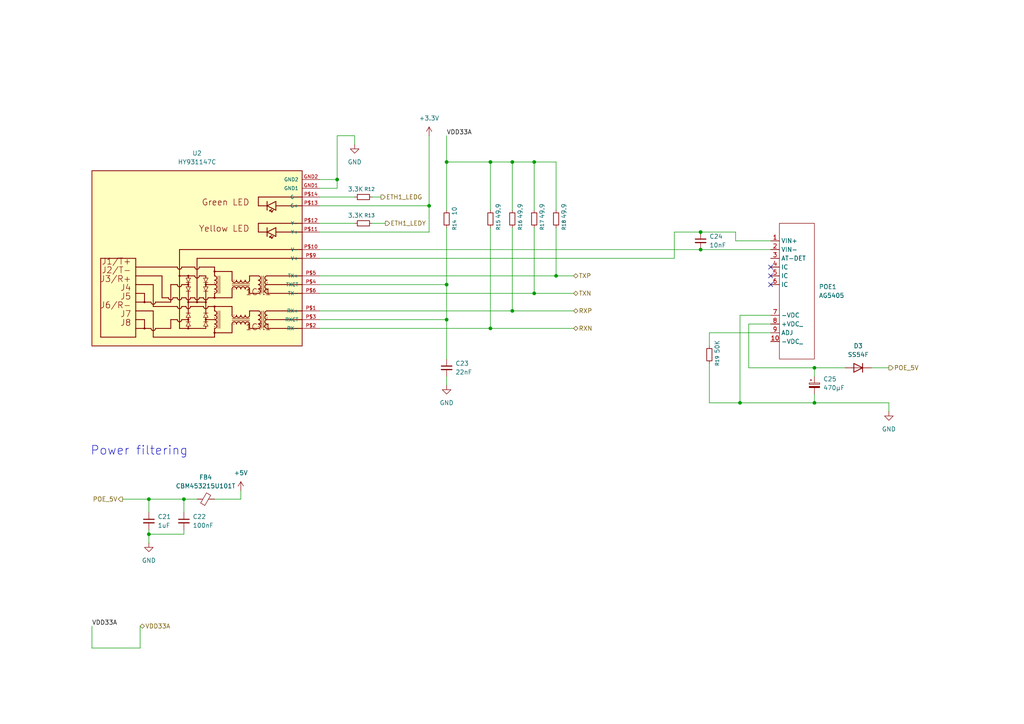
<source format=kicad_sch>
(kicad_sch (version 20250114) (generator "eeschema") (generator_version "9.0")
  (paper "A4")
  (title_block (title "PoE backplate") (rev "v0.1") (company "Grigorii Merkushev (aka brushknight)"))
  (lib_symbols
    (symbol "AG5405:AG5405"
      (property "Reference" "J" (at 12.192 11.176 0))
      (symbol "AG5405_0_1"
        (rectangle (start 7.62 8.89) (end 17.78 -30.48))
      )
      (symbol "AG5405_1_1"
        (pin input line (at 5.08 3.81 0) (length 2.54) (name "VIN+") (number "1"))
        (pin input line (at 5.08 1.27 0) (length 2.54) (name "VIN-") (number "2"))
        (pin input line (at 5.08 -1.27 0) (length 2.54) (name "AT-DET") (number "3"))
        (pin input line (at 5.08 -3.81 0) (length 2.54) (name "IC") (number "4"))
        (pin input line (at 5.08 -6.35 0) (length 2.54) (name "IC") (number "5"))
        (pin input line (at 5.08 -8.89 0) (length 2.54) (name "IC") (number "6"))
        (pin input line (at 5.08 -17.78 0) (length 2.54) (name "-VDC") (number "7"))
        (pin input line (at 5.08 -20.32 0) (length 2.54) (name "+VDC_") (number "8"))
        (pin input line (at 5.08 -22.86 0) (length 2.54) (name "ADJ") (number "9"))
        (pin input line (at 5.08 -25.4 0) (length 2.54) (name "-VDC_") (number "10"))
      )
    )
    (symbol "Device:C_Polarized_Small" (pin_numbers (hide yes)) (pin_names (offset 0.254) (hide yes))
      (property "Reference" "C" (at 0.254 1.778 0))
      (property "Value" "C_Polarized_Small" (at 0.254 -2.032 0))
      (symbol "C_Polarized_Small_0_1"
        (rectangle (start -1.524 0.6858) (end 1.524 0.3048))
        (rectangle (start -1.524 -0.3048) (end 1.524 -0.6858) (fill (type outline)))
        (polyline (pts (xy -1.27 1.524) (xy -0.762 1.524)))
        (polyline (pts (xy -1.016 1.27) (xy -1.016 1.778)))
      )
      (symbol "C_Polarized_Small_1_1"
        (pin passive line (at 0 2.54 270) (length 1.8542) (name "~") (number "1"))
        (pin passive line (at 0 -2.54 90) (length 1.8542) (name "~") (number "2"))
      )
    )
    (symbol "Device:C_Small" (pin_numbers (hide yes)) (pin_names (offset 0.254) (hide yes))
      (property "Reference" "C" (at 0.254 1.778 0))
      (property "Value" "C_Small" (at 0.254 -2.032 0))
      (symbol "C_Small_0_1"
        (polyline (pts (xy -1.524 0.508) (xy 1.524 0.508)) (stroke (width 0.3048)))
        (polyline (pts (xy -1.524 -0.508) (xy 1.524 -0.508)) (stroke (width 0.3302)))
      )
      (symbol "C_Small_1_1"
        (pin passive line (at 0 2.54 270) (length 2.032) (name "~") (number "1"))
        (pin passive line (at 0 -2.54 90) (length 2.032) (name "~") (number "2"))
      )
    )
    (symbol "Device:D" (pin_numbers (hide yes)) (pin_names (offset 1.016) (hide yes))
      (property "Reference" "D" (at 0 2.54 0))
      (property "Value" "D" (at 0 -2.54 0))
      (symbol "D_0_1"
        (polyline (pts (xy -1.27 1.27) (xy -1.27 -1.27)) (stroke (width 0.254)))
        (polyline (pts (xy 1.27 1.27) (xy 1.27 -1.27) (xy -1.27 0) (xy 1.27 1.27)) (stroke (width 0.254)))
        (polyline (pts (xy 1.27 0) (xy -1.27 0)))
      )
      (symbol "D_1_1"
        (pin passive line (at -3.81 0 0) (length 2.54) (name "K") (number "1"))
        (pin passive line (at 3.81 0 180) (length 2.54) (name "A") (number "2"))
      )
    )
    (symbol "Device:FerriteBead_Small" (pin_numbers (hide yes)) (pin_names (offset 0))
      (property "Reference" "FB" (at 1.905 1.27 0))
      (property "Value" "FerriteBead_Small" (at 1.905 -1.27 0))
      (symbol "FerriteBead_Small_0_1"
        (polyline (pts (xy -1.8288 0.2794) (xy -1.1176 1.4986) (xy 1.8288 -0.2032) (xy 1.1176 -1.4224) (xy -1.8288 0.2794)))
        (polyline (pts (xy 0 0.889) (xy 0 1.2954)))
        (polyline (pts (xy 0 -1.27) (xy 0 -0.7874)))
      )
      (symbol "FerriteBead_Small_1_1"
        (pin passive line (at 0 2.54 270) (length 1.27) (name "~") (number "1"))
        (pin passive line (at 0 -2.54 90) (length 1.27) (name "~") (number "2"))
      )
    )
    (symbol "Device:R_Small" (pin_numbers (hide yes)) (pin_names (offset 0.254) (hide yes))
      (property "Reference" "R" (at 0 0 90))
      (property "Value" "R_Small" (at 1.778 0 90))
      (symbol "R_Small_0_1"
        (rectangle (start -0.762 1.778) (end 0.762 -1.778) (stroke (width 0.2032)))
      )
      (symbol "R_Small_1_1"
        (pin passive line (at 0 2.54 270) (length 0.762) (name "~") (number "1"))
        (pin passive line (at 0 -2.54 90) (length 0.762) (name "~") (number "2"))
      )
    )
    (symbol "HY931147C:HY931147C" (pin_names (offset 1.016))
      (property "Reference" "U" (at 7.62 -17.78 0))
      (property "Value" "HY931147C" (at 7.62 -20.32 0))
      (symbol "HY931147C_0_0"
        (polyline (pts (xy -27.94 17.78) (xy -17.78 17.78)) (stroke (width 0.254)))
        (polyline (pts (xy -27.94 15.24) (xy -17.78 15.24)) (stroke (width 0.254)))
        (polyline (pts (xy -27.94 5.08) (xy -17.78 5.08)) (stroke (width 0.254)))
        (polyline (pts (xy -27.94 2.54) (xy -17.78 2.54)) (stroke (width 0.254)))
        (polyline (pts (xy -27.94 -2.54) (xy 2.54 -2.54)) (stroke (width 0.254)))
        (polyline (pts (xy -27.94 -5.08) (xy 7.62 -5.08)) (stroke (width 0.254)))
        (polyline (pts (xy -27.94 -10.16) (xy -20.32 -10.16)) (stroke (width 0.254)))
        (polyline (pts (xy -27.94 -12.7) (xy -15.24 -12.7)) (stroke (width 0.254)))
        (polyline (pts (xy -27.94 -17.78) (xy -20.32 -17.78)) (stroke (width 0.254)))
        (polyline (pts (xy -27.94 -20.32) (xy -15.24 -20.32)) (stroke (width 0.254)))
        (rectangle (start -27.94 -27.94) (end 33.02 22.86) (stroke (width 0.254)) (fill (type background)))
        (polyline (pts (xy -20.32 -8.89) (xy -20.32 -11.43)) (stroke (width 0.254)))
        (polyline (pts (xy -20.32 -11.43) (xy -17.78 -10.16)) (stroke (width 0.254)))
        (polyline (pts (xy -20.32 -16.51) (xy -20.32 -19.05)) (stroke (width 0.254)))
        (polyline (pts (xy -20.32 -19.05) (xy -17.78 -17.78)) (stroke (width 0.254)))
        (polyline (pts (xy -19.558 -8.89) (xy -19.05 -8.382)) (stroke (width 0.254)))
        (polyline (pts (xy -19.558 -16.51) (xy -19.05 -16.002)) (stroke (width 0.254)))
        (polyline (pts (xy -19.05 -8.382) (xy -19.304 -8.382)) (stroke (width 0.254)))
        (polyline (pts (xy -19.05 -8.636) (xy -19.05 -8.382)) (stroke (width 0.254)))
        (polyline (pts (xy -19.05 -9.144) (xy -18.542 -8.636)) (stroke (width 0.254)))
        (polyline (pts (xy -19.05 -16.002) (xy -19.304 -16.002)) (stroke (width 0.254)))
        (polyline (pts (xy -19.05 -16.256) (xy -19.05 -16.002)) (stroke (width 0.254)))
        (polyline (pts (xy -19.05 -16.764) (xy -18.542 -16.256)) (stroke (width 0.254)))
        (polyline (pts (xy -18.796 -8.636) (xy -18.542 -8.636)) (stroke (width 0.254)))
        (polyline (pts (xy -18.796 -16.256) (xy -18.542 -16.256)) (stroke (width 0.254)))
        (polyline (pts (xy -18.542 -8.636) (xy -18.542 -8.89)) (stroke (width 0.254)))
        (polyline (pts (xy -18.542 -16.256) (xy -18.542 -16.51)) (stroke (width 0.254)))
        (arc (start -17.78 17.78) (mid -17.1477 17.145) (end -17.78 16.51) (stroke (width 0.254)))
        (arc (start -17.78 16.51) (mid -17.1477 15.875) (end -17.78 15.24) (stroke (width 0.254)))
        (arc (start -17.78 15.24) (mid -17.1477 14.605) (end -17.78 13.97) (stroke (width 0.254)))
        (arc (start -17.78 13.97) (mid -17.1477 13.335) (end -17.78 12.7) (stroke (width 0.254)))
        (arc (start -17.78 7.62) (mid -17.1477 6.985) (end -17.78 6.35) (stroke (width 0.254)))
        (arc (start -17.78 6.35) (mid -17.1477 5.715) (end -17.78 5.08) (stroke (width 0.254)))
        (arc (start -17.78 5.08) (mid -17.1477 4.445) (end -17.78 3.81) (stroke (width 0.254)))
        (arc (start -17.78 3.81) (mid -17.1477 3.175) (end -17.78 2.54) (stroke (width 0.254)))
        (circle (center -17.78 17.272) (radius 0.0762) (stroke (width 0.127)))
        (circle (center -17.78 14.732) (radius 0.0762) (stroke (width 0.127)))
        (polyline (pts (xy -17.78 12.7) (xy -27.94 12.7)) (stroke (width 0.254)))
        (polyline (pts (xy -17.78 7.62) (xy -27.94 7.62)) (stroke (width 0.254)))
        (circle (center -17.78 7.112) (radius 0.0762) (stroke (width 0.127)))
        (circle (center -17.78 4.572) (radius 0.0762) (stroke (width 0.127)))
        (polyline (pts (xy -17.78 -8.89) (xy -17.78 -10.16)) (stroke (width 0.254)))
        (polyline (pts (xy -17.78 -10.16) (xy -20.32 -8.89)) (stroke (width 0.254)))
        (polyline (pts (xy -17.78 -10.16) (xy -17.78 -11.43)) (stroke (width 0.254)))
        (polyline (pts (xy -17.78 -16.51) (xy -17.78 -17.78)) (stroke (width 0.254)))
        (polyline (pts (xy -17.78 -17.78) (xy -20.32 -16.51)) (stroke (width 0.254)))
        (polyline (pts (xy -17.78 -17.78) (xy -17.78 -19.05)) (stroke (width 0.254)))
        (polyline (pts (xy -16.764 12.7) (xy -16.764 17.78)) (stroke (width 0.1524)))
        (polyline (pts (xy -16.764 2.54) (xy -16.764 7.62)) (stroke (width 0.1524)))
        (polyline (pts (xy -16.256 12.7) (xy -16.256 17.78)) (stroke (width 0.1524)))
        (polyline (pts (xy -16.256 2.54) (xy -16.256 7.62)) (stroke (width 0.1524)))
        (polyline (pts (xy -15.24 17.78) (xy -12.7 17.78)) (stroke (width 0.254)))
        (circle (center -15.24 17.272) (radius 0.0762) (stroke (width 0.127)))
        (polyline (pts (xy -15.24 12.7) (xy -12.7 12.7)) (stroke (width 0.254)))
        (polyline (pts (xy -15.24 7.62) (xy -12.7 7.62)) (stroke (width 0.254)))
        (circle (center -15.24 7.112) (radius 0.0762) (stroke (width 0.127)))
        (polyline (pts (xy -15.24 2.54) (xy -12.7 2.54)) (stroke (width 0.254)))
        (polyline (pts (xy -15.24 -10.16) (xy -17.78 -10.16)) (stroke (width 0.254)))
        (polyline (pts (xy -15.24 -12.7) (xy -15.24 -10.16)) (stroke (width 0.254)))
        (polyline (pts (xy -15.24 -17.78) (xy -17.78 -17.78)) (stroke (width 0.254)))
        (polyline (pts (xy -15.24 -20.32) (xy -15.24 -17.78)) (stroke (width 0.254)))
        (arc (start -15.24 16.51) (mid -15.8722 17.145) (end -15.24 17.78) (stroke (width 0.254)))
        (arc (start -15.24 15.24) (mid -15.8722 15.875) (end -15.24 16.51) (stroke (width 0.254)))
        (arc (start -15.24 13.97) (mid -15.8722 14.605) (end -15.24 15.24) (stroke (width 0.254)))
        (arc (start -15.24 12.7) (mid -15.8722 13.335) (end -15.24 13.97) (stroke (width 0.254)))
        (arc (start -15.24 6.35) (mid -15.8722 6.985) (end -15.24 7.62) (stroke (width 0.254)))
        (arc (start -15.24 5.08) (mid -15.8722 5.715) (end -15.24 6.35) (stroke (width 0.254)))
        (arc (start -15.24 3.81) (mid -15.8722 4.445) (end -15.24 5.08) (stroke (width 0.254)))
        (arc (start -15.24 2.54) (mid -15.8722 3.175) (end -15.24 3.81) (stroke (width 0.254)))
        (polyline (pts (xy -12.7 17.78) (xy -12.7 16.51)) (stroke (width 0.254)))
        (polyline (pts (xy -12.7 15.494) (xy -7.62 15.494)) (stroke (width 0.1524)))
        (polyline (pts (xy -12.7 14.986) (xy -7.62 14.986)) (stroke (width 0.1524)))
        (polyline (pts (xy -12.7 12.7) (xy -12.7 13.97)) (stroke (width 0.254)))
        (polyline (pts (xy -12.7 7.62) (xy -12.7 6.35)) (stroke (width 0.254)))
        (polyline (pts (xy -12.7 5.334) (xy -7.62 5.334)) (stroke (width 0.1524)))
        (polyline (pts (xy -12.7 4.826) (xy -7.62 4.826)) (stroke (width 0.1524)))
        (polyline (pts (xy -12.7 2.54) (xy -12.7 3.81)) (stroke (width 0.254)))
        (arc (start -11.43 16.51) (mid -12.065 15.8777) (end -12.7 16.51) (stroke (width 0.254)))
        (arc (start -12.7 13.97) (mid -12.065 14.6022) (end -11.43 13.97) (stroke (width 0.254)))
        (arc (start -11.43 6.35) (mid -12.065 5.7177) (end -12.7 6.35) (stroke (width 0.254)))
        (arc (start -12.7 3.81) (mid -12.065 4.4422) (end -11.43 3.81) (stroke (width 0.254)))
        (arc (start -10.16 16.51) (mid -10.795 15.8777) (end -11.43 16.51) (stroke (width 0.254)))
        (arc (start -11.43 13.97) (mid -10.795 14.6022) (end -10.16 13.97) (stroke (width 0.254)))
        (arc (start -10.16 6.35) (mid -10.795 5.7177) (end -11.43 6.35) (stroke (width 0.254)))
        (arc (start -11.43 3.81) (mid -10.795 4.4422) (end -10.16 3.81) (stroke (width 0.254)))
        (arc (start -8.89 16.51) (mid -9.525 15.8777) (end -10.16 16.51) (stroke (width 0.254)))
        (arc (start -10.16 13.97) (mid -9.525 14.6022) (end -8.89 13.97) (stroke (width 0.254)))
        (arc (start -8.89 6.35) (mid -9.525 5.7177) (end -10.16 6.35) (stroke (width 0.254)))
        (arc (start -10.16 3.81) (mid -9.525 4.4422) (end -8.89 3.81) (stroke (width 0.254)))
        (arc (start -7.62 16.51) (mid -8.255 15.8777) (end -8.89 16.51) (stroke (width 0.254)))
        (arc (start -8.89 13.97) (mid -8.255 14.6022) (end -7.62 13.97) (stroke (width 0.254)))
        (arc (start -7.62 6.35) (mid -8.255 5.7177) (end -8.89 6.35) (stroke (width 0.254)))
        (arc (start -8.89 3.81) (mid -8.255 4.4422) (end -7.62 3.81) (stroke (width 0.254)))
        (circle (center -8.128 16.51) (radius 0.0762) (stroke (width 0.127)))
        (circle (center -8.128 13.97) (radius 0.0762) (stroke (width 0.127)))
        (circle (center -8.128 6.35) (radius 0.0762) (stroke (width 0.127)))
        (circle (center -8.128 3.81) (radius 0.0762) (stroke (width 0.127)))
        (polyline (pts (xy -7.62 19.05) (xy -2.54 19.05)) (stroke (width 0.254)))
        (polyline (pts (xy -7.62 16.51) (xy -7.62 19.05)) (stroke (width 0.254)))
        (polyline (pts (xy -7.62 13.97) (xy -7.62 11.43)) (stroke (width 0.254)))
        (polyline (pts (xy -7.62 11.43) (xy -2.54 11.43)) (stroke (width 0.254)))
        (polyline (pts (xy -7.62 8.89) (xy -2.54 8.89)) (stroke (width 0.254)))
        (polyline (pts (xy -7.62 6.35) (xy -7.62 8.89)) (stroke (width 0.254)))
        (polyline (pts (xy -7.62 3.81) (xy -7.62 1.27)) (stroke (width 0.254)))
        (polyline (pts (xy -7.62 1.27) (xy -2.54 1.27)) (stroke (width 0.254)))
        (polyline (pts (xy -4.064 17.78) (xy -4.064 12.7)) (stroke (width 0.1524)))
        (polyline (pts (xy -4.064 7.62) (xy -4.064 2.54)) (stroke (width 0.1524)))
        (polyline (pts (xy -3.556 17.78) (xy -3.556 12.7)) (stroke (width 0.1524)))
        (polyline (pts (xy -3.556 7.62) (xy -3.556 2.54)) (stroke (width 0.1524)))
        (polyline (pts (xy -2.54 20.32) (xy 15.24 20.32)) (stroke (width 0.254)))
        (circle (center -2.54 19.05) (radius 0.2032) (stroke (width 0.2032)))
        (polyline (pts (xy -2.54 19.05) (xy -2.54 20.32)) (stroke (width 0.254)))
        (polyline (pts (xy -2.54 19.05) (xy -2.54 17.78)) (stroke (width 0.254)))
        (circle (center -2.54 17.272) (radius 0.0762) (stroke (width 0.127)))
        (circle (center -2.54 14.732) (radius 0.0762) (stroke (width 0.127)))
        (polyline (pts (xy -2.54 12.7) (xy -2.54 11.43)) (stroke (width 0.254)))
        (circle (center -2.54 11.43) (radius 0.2032) (stroke (width 0.2032)))
        (circle (center -2.54 8.89) (radius 0.2032) (stroke (width 0.2032)))
        (polyline (pts (xy -2.54 8.89) (xy -2.54 7.62)) (stroke (width 0.254)))
        (polyline (pts (xy -2.54 8.89) (xy -0.635 8.89)) (stroke (width 0.254)))
        (circle (center -2.54 7.112) (radius 0.0762) (stroke (width 0.127)))
        (circle (center -2.54 4.572) (radius 0.0762) (stroke (width 0.127)))
        (circle (center -2.54 1.27) (radius 0.2032) (stroke (width 0.2032)))
        (polyline (pts (xy -2.54 1.27) (xy -2.54 2.54)) (stroke (width 0.254)))
        (polyline (pts (xy -2.54 1.27) (xy -2.54 0)) (stroke (width 0.254)))
        (polyline (pts (xy -2.54 0) (xy 1.905 0)) (stroke (width 0.254)))
        (arc (start -2.54 16.51) (mid -3.1722 17.145) (end -2.54 17.78) (stroke (width 0.254)))
        (arc (start -2.54 15.24) (mid -3.1722 15.875) (end -2.54 16.51) (stroke (width 0.254)))
        (arc (start -2.54 13.97) (mid -3.1722 14.605) (end -2.54 15.24) (stroke (width 0.254)))
        (arc (start -2.54 12.7) (mid -3.1722 13.335) (end -2.54 13.97) (stroke (width 0.254)))
        (arc (start -2.54 6.35) (mid -3.1722 6.985) (end -2.54 7.62) (stroke (width 0.254)))
        (arc (start -2.54 5.08) (mid -3.1722 5.715) (end -2.54 6.35) (stroke (width 0.254)))
        (arc (start -2.54 3.81) (mid -3.1722 4.445) (end -2.54 5.08) (stroke (width 0.254)))
        (arc (start -2.54 2.54) (mid -3.1722 3.175) (end -2.54 3.81) (stroke (width 0.254)))
        (polyline (pts (xy -0.635 17.145) (xy 0 15.875)) (stroke (width 0.1524)))
        (polyline (pts (xy -0.635 14.605) (xy 0 13.335)) (stroke (width 0.1524)))
        (polyline (pts (xy -0.635 11.43) (xy -2.54 11.43)) (stroke (width 0.254)))
        (polyline (pts (xy -0.635 6.985) (xy 0 6.985)) (stroke (width 0.1524)))
        (polyline (pts (xy -0.635 5.715) (xy 0 5.715)) (stroke (width 0.1524)))
        (polyline (pts (xy -0.635 4.445) (xy 0 4.445)) (stroke (width 0.1524)))
        (polyline (pts (xy -0.635 3.175) (xy 0 3.175)) (stroke (width 0.1524)))
        (polyline (pts (xy 0 17.78) (xy 5.08 17.78)) (stroke (width 0.254)))
        (polyline (pts (xy 0 17.145) (xy -0.635 17.145)) (stroke (width 0.1524)))
        (polyline (pts (xy 0 17.145) (xy 0 17.78)) (stroke (width 0.254)))
        (polyline (pts (xy 0 15.875) (xy -0.635 15.875)) (stroke (width 0.1524)))
        (polyline (pts (xy 0 15.875) (xy 0 15.24)) (stroke (width 0.254)))
        (polyline (pts (xy 0 15.875) (xy 0.635 17.145)) (stroke (width 0.1524)))
        (circle (center 0 15.24) (radius 0.2032) (stroke (width 0.2032)))
        (polyline (pts (xy 0 15.24) (xy -2.54 15.24)) (stroke (width 0.254)))
        (polyline (pts (xy 0 15.24) (xy 0 14.605)) (stroke (width 0.254)))
        (polyline (pts (xy 0 14.605) (xy -0.635 14.605)) (stroke (width 0.1524)))
        (polyline (pts (xy 0 13.335) (xy -0.635 13.335)) (stroke (width 0.1524)))
        (polyline (pts (xy 0 13.335) (xy 0 10.16)) (stroke (width 0.254)))
        (polyline (pts (xy 0 13.335) (xy 0.635 14.605)) (stroke (width 0.1524)))
        (arc (start -0.635 11.43) (mid 0 12.0622) (end 0.635 11.43) (stroke (width 0.254)))
        (circle (center 0 10.16) (radius 0.2032) (stroke (width 0.2032)))
        (polyline (pts (xy 0 10.16) (xy 0 6.985)) (stroke (width 0.254)))
        (polyline (pts (xy 0 10.16) (xy 2.54 10.16)) (stroke (width 0.254)))
        (arc (start -0.635 8.89) (mid 0 9.5222) (end 0.635 8.89) (stroke (width 0.254)))
        (polyline (pts (xy 0 6.985) (xy -0.635 5.715)) (stroke (width 0.1524)))
        (polyline (pts (xy 0 6.985) (xy 0.635 6.985)) (stroke (width 0.1524)))
        (polyline (pts (xy 0 5.715) (xy 0.635 5.715)) (stroke (width 0.1524)))
        (circle (center 0 5.08) (radius 0.2032) (stroke (width 0.2032)))
        (polyline (pts (xy 0 5.08) (xy -2.54 5.08)) (stroke (width 0.254)))
        (polyline (pts (xy 0 5.08) (xy 0 5.715)) (stroke (width 0.254)))
        (polyline (pts (xy 0 4.445) (xy -0.635 3.175)) (stroke (width 0.1524)))
        (polyline (pts (xy 0 4.445) (xy 0 5.08)) (stroke (width 0.254)))
        (polyline (pts (xy 0 4.445) (xy 0.635 4.445)) (stroke (width 0.1524)))
        (polyline (pts (xy 0 3.175) (xy 0 2.54)) (stroke (width 0.254)))
        (polyline (pts (xy 0 3.175) (xy 0.635 3.175)) (stroke (width 0.1524)))
        (polyline (pts (xy 0 2.54) (xy 1.905 2.54)) (stroke (width 0.254)))
        (polyline (pts (xy 0.635 17.145) (xy 0 17.145)) (stroke (width 0.1524)))
        (polyline (pts (xy 0.635 15.875) (xy 0 15.875)) (stroke (width 0.1524)))
        (polyline (pts (xy 0.635 14.605) (xy 0 14.605)) (stroke (width 0.1524)))
        (polyline (pts (xy 0.635 13.335) (xy 0 13.335)) (stroke (width 0.1524)))
        (polyline (pts (xy 0.635 11.43) (xy 4.445 11.43)) (stroke (width 0.254)))
        (polyline (pts (xy 0.635 8.89) (xy 1.905 8.89)) (stroke (width 0.254)))
        (polyline (pts (xy 0.635 5.715) (xy 0 6.985)) (stroke (width 0.1524)))
        (polyline (pts (xy 0.635 3.175) (xy 0 4.445)) (stroke (width 0.1524)))
        (polyline (pts (xy 2.54 10.16) (xy 5.08 10.16)) (stroke (width 0.254)))
        (circle (center 2.54 10.16) (radius 0.2032) (stroke (width 0.2032)))
        (arc (start 1.905 8.89) (mid 2.54 9.5222) (end 3.175 8.89) (stroke (width 0.254)))
        (arc (start 1.905 2.54) (mid 2.54 3.1722) (end 3.175 2.54) (stroke (width 0.254)))
        (arc (start 1.905 0) (mid 2.54 0.6323) (end 3.175 0) (stroke (width 0.254)))
        (polyline (pts (xy 2.54 -2.54) (xy 2.54 10.16)) (stroke (width 0.254)))
        (polyline (pts (xy 3.175 8.89) (xy 4.445 8.89)) (stroke (width 0.254)))
        (polyline (pts (xy 3.175 2.54) (xy 5.08 2.54)) (stroke (width 0.254)))
        (polyline (pts (xy 3.175 0) (xy 6.985 0)) (stroke (width 0.254)))
        (polyline (pts (xy 4.445 17.145) (xy 5.08 15.875)) (stroke (width 0.1524)))
        (polyline (pts (xy 4.445 14.605) (xy 5.08 13.335)) (stroke (width 0.1524)))
        (polyline (pts (xy 4.445 6.985) (xy 5.08 6.985)) (stroke (width 0.1524)))
        (polyline (pts (xy 4.445 5.715) (xy 5.08 5.715)) (stroke (width 0.1524)))
        (polyline (pts (xy 4.445 4.445) (xy 5.08 4.445)) (stroke (width 0.1524)))
        (polyline (pts (xy 4.445 3.175) (xy 5.08 3.175)) (stroke (width 0.1524)))
        (circle (center 5.08 17.78) (radius 0.2032) (stroke (width 0.2032)))
        (polyline (pts (xy 5.08 17.145) (xy 4.445 17.145)) (stroke (width 0.1524)))
        (polyline (pts (xy 5.08 17.145) (xy 5.08 17.78)) (stroke (width 0.254)))
        (polyline (pts (xy 5.08 15.875) (xy 4.445 15.875)) (stroke (width 0.1524)))
        (polyline (pts (xy 5.08 15.875) (xy 5.08 15.24)) (stroke (width 0.254)))
        (polyline (pts (xy 5.08 15.875) (xy 5.715 17.145)) (stroke (width 0.1524)))
        (polyline (pts (xy 5.08 15.24) (xy 5.08 14.605)) (stroke (width 0.254)))
        (polyline (pts (xy 5.08 15.24) (xy 6.985 15.24)) (stroke (width 0.254)))
        (circle (center 5.08 15.24) (radius 0.2032) (stroke (width 0.2032)))
        (polyline (pts (xy 5.08 14.605) (xy 4.445 14.605)) (stroke (width 0.1524)))
        (polyline (pts (xy 5.08 13.335) (xy 4.445 13.335)) (stroke (width 0.1524)))
        (polyline (pts (xy 5.08 13.335) (xy 5.08 10.16)) (stroke (width 0.254)))
        (polyline (pts (xy 5.08 13.335) (xy 5.715 14.605)) (stroke (width 0.1524)))
        (arc (start 4.445 11.43) (mid 5.08 12.0622) (end 5.715 11.43) (stroke (width 0.254)))
        (polyline (pts (xy 5.08 10.16) (xy 5.08 6.985)) (stroke (width 0.254)))
        (circle (center 5.08 10.16) (radius 0.2032) (stroke (width 0.2032)))
        (arc (start 4.445 8.89) (mid 5.08 9.5222) (end 5.715 8.89) (stroke (width 0.254)))
        (polyline (pts (xy 5.08 6.985) (xy 4.445 5.715)) (stroke (width 0.1524)))
        (polyline (pts (xy 5.08 6.985) (xy 5.715 6.985)) (stroke (width 0.1524)))
        (polyline (pts (xy 5.08 5.715) (xy 5.715 5.715)) (stroke (width 0.1524)))
        (polyline (pts (xy 5.08 5.08) (xy 5.08 5.715)) (stroke (width 0.254)))
        (polyline (pts (xy 5.08 5.08) (xy 6.985 5.08)) (stroke (width 0.254)))
        (circle (center 5.08 5.08) (radius 0.2032) (stroke (width 0.2032)))
        (polyline (pts (xy 5.08 4.445) (xy 4.445 3.175)) (stroke (width 0.1524)))
        (polyline (pts (xy 5.08 4.445) (xy 5.08 5.08)) (stroke (width 0.254)))
        (polyline (pts (xy 5.08 4.445) (xy 5.715 4.445)) (stroke (width 0.1524)))
        (polyline (pts (xy 5.08 3.175) (xy 5.08 2.54)) (stroke (width 0.254)))
        (polyline (pts (xy 5.08 3.175) (xy 5.715 3.175)) (stroke (width 0.1524)))
        (polyline (pts (xy 5.08 2.54) (xy 7.62 2.54)) (stroke (width 0.254)))
        (circle (center 5.08 2.54) (radius 0.2032) (stroke (width 0.2032)))
        (polyline (pts (xy 5.715 17.145) (xy 5.08 17.145)) (stroke (width 0.1524)))
        (polyline (pts (xy 5.715 15.875) (xy 5.08 15.875)) (stroke (width 0.1524)))
        (polyline (pts (xy 5.715 14.605) (xy 5.08 14.605)) (stroke (width 0.1524)))
        (polyline (pts (xy 5.715 13.335) (xy 5.08 13.335)) (stroke (width 0.1524)))
        (polyline (pts (xy 5.715 11.43) (xy 6.985 11.43)) (stroke (width 0.254)))
        (polyline (pts (xy 5.715 8.89) (xy 6.985 8.89)) (stroke (width 0.254)))
        (polyline (pts (xy 5.715 5.715) (xy 5.08 6.985)) (stroke (width 0.1524)))
        (polyline (pts (xy 5.715 3.175) (xy 5.08 4.445)) (stroke (width 0.1524)))
        (polyline (pts (xy 7.62 17.78) (xy 5.08 17.78)) (stroke (width 0.254)))
        (arc (start 6.985 15.24) (mid 7.62 15.8722) (end 8.255 15.24) (stroke (width 0.254)))
        (arc (start 6.985 11.43) (mid 7.62 12.0622) (end 8.255 11.43) (stroke (width 0.254)))
        (arc (start 6.985 8.89) (mid 7.62 9.5222) (end 8.255 8.89) (stroke (width 0.254)))
        (arc (start 6.985 5.08) (mid 7.62 5.7122) (end 8.255 5.08) (stroke (width 0.254)))
        (polyline (pts (xy 7.62 2.54) (xy 7.62 17.78)) (stroke (width 0.254)))
        (circle (center 7.62 2.54) (radius 0.2032) (stroke (width 0.2032)))
        (arc (start 6.985 0) (mid 7.62 0.6323) (end 8.255 0) (stroke (width 0.254)))
        (polyline (pts (xy 7.62 -5.08) (xy 7.62 2.54)) (stroke (width 0.254)))
        (polyline (pts (xy 8.255 15.24) (xy 10.16 15.24)) (stroke (width 0.254)))
        (polyline (pts (xy 8.255 11.43) (xy 15.24 11.43)) (stroke (width 0.254)))
        (polyline (pts (xy 8.255 8.89) (xy 9.525 8.89)) (stroke (width 0.254)))
        (polyline (pts (xy 8.255 5.08) (xy 10.16 5.08)) (stroke (width 0.254)))
        (polyline (pts (xy 8.255 0) (xy 20.32 0)) (stroke (width 0.254)))
        (polyline (pts (xy 10.16 17.78) (xy 14.605 17.78)) (stroke (width 0.254)))
        (polyline (pts (xy 10.16 15.24) (xy 10.16 17.78)) (stroke (width 0.254)))
        (polyline (pts (xy 10.16 10.16) (xy 14.605 10.16)) (stroke (width 0.254)))
        (arc (start 9.525 8.89) (mid 10.16 9.5222) (end 10.795 8.89) (stroke (width 0.254)))
        (polyline (pts (xy 10.16 5.08) (xy 10.16 10.16)) (stroke (width 0.254)))
        (polyline (pts (xy 10.795 8.89) (xy 12.7 8.89)) (stroke (width 0.254)))
        (polyline (pts (xy 12.7 8.89) (xy 12.7 2.54)) (stroke (width 0.254)))
        (polyline (pts (xy 12.7 2.54) (xy 20.32 2.54)) (stroke (width 0.254)))
        (polyline (pts (xy 15.24 20.32) (xy 15.24 12.7)) (stroke (width 0.254)))
        (arc (start 14.605 17.78) (mid 15.24 18.4122) (end 15.875 17.78) (stroke (width 0.254)))
        (polyline (pts (xy 15.24 12.7) (xy 20.32 12.7)) (stroke (width 0.254)))
        (polyline (pts (xy 15.24 11.43) (xy 15.24 5.08)) (stroke (width 0.254)))
        (arc (start 14.605 10.16) (mid 15.24 10.7922) (end 15.875 10.16) (stroke (width 0.254)))
        (polyline (pts (xy 15.24 5.08) (xy 20.32 5.08)) (stroke (width 0.254)))
        (polyline (pts (xy 15.875 17.78) (xy 17.78 17.78)) (stroke (width 0.254)))
        (polyline (pts (xy 15.875 10.16) (xy 17.78 10.16)) (stroke (width 0.254)))
        (polyline (pts (xy 17.78 17.78) (xy 17.78 15.24)) (stroke (width 0.254)))
        (circle (center 17.78 17.78) (radius 0.2032) (stroke (width 0.2032)))
        (polyline (pts (xy 17.78 15.24) (xy 20.32 15.24)) (stroke (width 0.254)))
        (polyline (pts (xy 17.78 10.16) (xy 20.32 10.16)) (stroke (width 0.254)))
        (circle (center 17.78 10.16) (radius 0.2032) (stroke (width 0.2032)))
        (polyline (pts (xy 17.78 7.62) (xy 17.78 10.16)) (stroke (width 0.254)))
        (polyline (pts (xy 20.32 20.32) (xy 20.32 17.78)) (stroke (width 0.254)))
        (polyline (pts (xy 20.32 17.78) (xy 17.78 17.78)) (stroke (width 0.254)))
        (polyline (pts (xy 20.32 17.78) (xy 20.32 15.24)) (stroke (width 0.254)))
        (polyline (pts (xy 20.32 15.24) (xy 20.32 12.7)) (stroke (width 0.254)))
        (polyline (pts (xy 20.32 12.7) (xy 20.32 10.16)) (stroke (width 0.254)))
        (polyline (pts (xy 20.32 10.16) (xy 20.32 7.62)) (stroke (width 0.254)))
        (polyline (pts (xy 20.32 7.62) (xy 17.78 7.62)) (stroke (width 0.254)))
        (polyline (pts (xy 20.32 7.62) (xy 20.32 5.08)) (stroke (width 0.254)))
        (polyline (pts (xy 20.32 5.08) (xy 20.32 2.54)) (stroke (width 0.254)))
        (polyline (pts (xy 20.32 2.54) (xy 20.32 0)) (stroke (width 0.254)))
        (polyline (pts (xy 20.32 0) (xy 20.32 -2.54)) (stroke (width 0.254)))
        (polyline (pts (xy 20.32 -2.54) (xy 30.48 -2.54)) (stroke (width 0.254)))
        (polyline (pts (xy 30.48 20.32) (xy 20.32 20.32)) (stroke (width 0.254)))
        (polyline (pts (xy 30.48 -2.54) (xy 30.48 20.32)) (stroke (width 0.254)))
        (text "1CT:1" (at -19.05 18.415 0) (effects (font (size 1.778 1.778)) (justify left bottom)))
        (text "1CT:1" (at -19.05 8.255 0) (effects (font (size 1.778 1.778)) (justify left bottom)))
        (text "Yellow LED" (at -12.7 -10.16 0) (effects (font (size 1.778 1.778)) (justify left bottom)))
        (text "Green LED" (at -12.7 -17.78 0) (effects (font (size 1.778 1.778)) (justify left bottom)))
        (text "J8" (at 21.59 17.145 0) (effects (font (size 1.778 1.778)) (justify left bottom)))
        (text "J7" (at 21.59 14.605 0) (effects (font (size 1.778 1.778)) (justify left bottom)))
        (text "J6/R-" (at 21.59 12.065 0) (effects (font (size 1.778 1.778)) (justify left bottom)))
        (text "J5" (at 21.59 9.525 0) (effects (font (size 1.778 1.778)) (justify left bottom)))
        (text "J4" (at 21.59 6.985 0) (effects (font (size 1.778 1.778)) (justify left bottom)))
        (text "J3/R+" (at 21.59 4.445 0) (effects (font (size 1.778 1.778)) (justify left bottom)))
        (text "J2/T-" (at 21.59 1.905 0) (effects (font (size 1.778 1.778)) (justify left bottom)))
        (text "J1/T+" (at 21.59 -0.635 0) (effects (font (size 1.778 1.778)) (justify left bottom)))
        (pin bidirectional line (at -33.02 17.78 0) (length 5.08) (name "RX-") (number "P$2"))
        (pin bidirectional line (at -33.02 15.24 0) (length 5.08) (name "RXCT") (number "P$3"))
        (pin bidirectional line (at -33.02 12.7 0) (length 5.08) (name "RX+") (number "P$1"))
        (pin bidirectional line (at -33.02 7.62 0) (length 5.08) (name "TX-") (number "P$6"))
        (pin bidirectional line (at -33.02 5.08 0) (length 5.08) (name "TXCT") (number "P$4"))
        (pin bidirectional line (at -33.02 2.54 0) (length 5.08) (name "TX+") (number "P$5"))
        (pin bidirectional line (at -33.02 -2.54 0) (length 5.08) (name "V+") (number "P$9"))
        (pin bidirectional line (at -33.02 -5.08 0) (length 5.08) (name "V-") (number "P$10"))
        (pin bidirectional line (at -33.02 -10.16 0) (length 5.08) (name "Y+") (number "P$11"))
        (pin bidirectional line (at -33.02 -12.7 0) (length 5.08) (name "Y-") (number "P$12"))
        (pin bidirectional line (at -33.02 -17.78 0) (length 5.08) (name "G+") (number "P$13"))
        (pin bidirectional line (at -33.02 -20.32 0) (length 5.08) (name "G-") (number "P$14"))
        (pin bidirectional line (at -33.02 -22.86 0) (length 5.08) (name "GND1") (number "GND1"))
        (pin bidirectional line (at -33.02 -25.4 0) (length 5.08) (name "GND2") (number "GND2"))
      )
    )
    (symbol "power:+3.3V" (power) (pin_numbers (hide yes)) (pin_names (offset 0) (hide yes))
      (property "Value" "+3.3V" (at 0 3.556 0))
      (symbol "+3.3V_0_1"
        (polyline (pts (xy -0.762 1.27) (xy 0 2.54)))
        (polyline (pts (xy 0 2.54) (xy 0.762 1.27)))
        (polyline (pts (xy 0 0) (xy 0 2.54)))
      )
      (symbol "+3.3V_1_1"
        (pin power_in line (at 0 0 90) (length 0) (name "~") (number "1"))
      )
    )
    (symbol "power:+5V" (power) (pin_numbers (hide yes)) (pin_names (offset 0) (hide yes))
      (property "Value" "+5V" (at 0 3.556 0))
      (symbol "+5V_0_1"
        (polyline (pts (xy -0.762 1.27) (xy 0 2.54)))
        (polyline (pts (xy 0 2.54) (xy 0.762 1.27)))
        (polyline (pts (xy 0 0) (xy 0 2.54)))
      )
      (symbol "+5V_1_1"
        (pin power_in line (at 0 0 90) (length 0) (name "~") (number "1"))
      )
    )
    (symbol "power:GND" (power) (pin_numbers (hide yes)) (pin_names (offset 0) (hide yes))
      (property "Value" "GND" (at 0 -3.81 0))
      (symbol "GND_0_1"
        (polyline (pts (xy 0 0) (xy 0 -1.27) (xy 1.27 -1.27) (xy 0 -2.54) (xy -1.27 -1.27) (xy 0 -1.27)))
      )
      (symbol "GND_1_1"
        (pin power_in line (at 0 0 270) (length 0) (name "~") (number "1"))
      )
    )
  )
  (text "Power filtering" (at 40.386 130.81 0) (effects (font (size 2.54 2.54))))
  (junction (at 214.63 116.84))
  (junction (at 154.94 85.09))
  (junction (at 154.94 46.99))
  (junction (at 203.2 67.31))
  (junction (at 236.22 106.68))
  (junction (at 236.22 116.84))
  (junction (at 148.59 90.17))
  (junction (at 148.59 46.99))
  (junction (at 43.18 144.78))
  (junction (at 203.2 72.39))
  (junction (at 43.18 154.94))
  (junction (at 142.24 95.25))
  (junction (at 129.54 92.71))
  (junction (at 53.34 144.78))
  (junction (at 124.46 59.69))
  (junction (at 129.54 46.99))
  (junction (at 129.54 82.55))
  (junction (at 97.79 52.07))
  (junction (at 142.24 46.99))
  (junction (at 161.29 80.01))
  (no_connect (at 223.52 77.47))
  (no_connect (at 223.52 82.55))
  (no_connect (at 223.52 80.01))
  (wire (pts (xy 142.24 95.25) (xy 166.37 95.25)))
  (wire (pts (xy 161.29 66.04) (xy 161.29 80.01)))
  (wire (pts (xy 257.81 116.84) (xy 257.81 119.38)))
  (wire (pts (xy 236.22 114.3) (xy 236.22 116.84)))
  (wire (pts (xy 142.24 46.99) (xy 142.24 60.96)))
  (wire (pts (xy 236.22 106.68) (xy 245.11 106.68)))
  (wire (pts (xy 43.18 154.94) (xy 43.18 157.48)))
  (wire (pts (xy 223.52 93.98) (xy 217.17 93.98)))
  (wire (pts (xy 53.34 144.78) (xy 43.18 144.78)))
  (wire (pts (xy 223.52 91.44) (xy 214.63 91.44)))
  (wire (pts (xy 205.74 116.84) (xy 214.63 116.84)))
  (wire (pts (xy 107.95 64.77) (xy 111.76 64.77)))
  (wire (pts (xy 223.52 69.85) (xy 213.36 69.85)))
  (wire (pts (xy 203.2 72.39) (xy 223.52 72.39)))
  (wire (pts (xy 97.79 39.37) (xy 102.87 39.37)))
  (wire (pts (xy 43.18 153.67) (xy 43.18 154.94)))
  (wire (pts (xy 92.71 80.01) (xy 161.29 80.01)))
  (wire (pts (xy 154.94 85.09) (xy 166.37 85.09)))
  (wire (pts (xy 129.54 82.55) (xy 129.54 92.71)))
  (wire (pts (xy 161.29 60.96) (xy 161.29 46.99)))
  (wire (pts (xy 92.71 64.77) (xy 102.87 64.77)))
  (wire (pts (xy 161.29 46.99) (xy 154.94 46.99)))
  (wire (pts (xy 92.71 82.55) (xy 129.54 82.55)))
  (wire (pts (xy 92.71 59.69) (xy 124.46 59.69)))
  (wire (pts (xy 142.24 66.04) (xy 142.24 95.25)))
  (wire (pts (xy 92.71 92.71) (xy 129.54 92.71)))
  (wire (pts (xy 92.71 54.61) (xy 97.79 54.61)))
  (wire (pts (xy 92.71 95.25) (xy 142.24 95.25)))
  (wire (pts (xy 236.22 106.68) (xy 236.22 109.22)))
  (wire (pts (xy 195.58 67.31) (xy 195.58 74.93)))
  (wire (pts (xy 97.79 52.07) (xy 97.79 39.37)))
  (wire (pts (xy 53.34 154.94) (xy 43.18 154.94)))
  (wire (pts (xy 97.79 54.61) (xy 97.79 52.07)))
  (wire (pts (xy 124.46 39.37) (xy 124.46 59.69)))
  (wire (pts (xy 214.63 116.84) (xy 236.22 116.84)))
  (wire (pts (xy 129.54 39.37) (xy 129.54 46.99)))
  (wire (pts (xy 129.54 46.99) (xy 129.54 60.96)))
  (wire (pts (xy 217.17 93.98) (xy 217.17 106.68)))
  (wire (pts (xy 148.59 46.99) (xy 148.59 60.96)))
  (wire (pts (xy 124.46 59.69) (xy 124.46 67.31)))
  (wire (pts (xy 102.87 39.37) (xy 102.87 41.91)))
  (wire (pts (xy 223.52 96.52) (xy 205.74 96.52)))
  (wire (pts (xy 205.74 96.52) (xy 205.74 100.33)))
  (wire (pts (xy 129.54 92.71) (xy 129.54 104.14)))
  (wire (pts (xy 92.71 90.17) (xy 148.59 90.17)))
  (wire (pts (xy 92.71 67.31) (xy 124.46 67.31)))
  (wire (pts (xy 203.2 67.31) (xy 195.58 67.31)))
  (wire (pts (xy 40.64 187.96) (xy 40.64 181.61)))
  (wire (pts (xy 252.73 106.68) (xy 257.81 106.68)))
  (wire (pts (xy 148.59 66.04) (xy 148.59 90.17)))
  (wire (pts (xy 205.74 105.41) (xy 205.74 116.84)))
  (wire (pts (xy 129.54 109.22) (xy 129.54 111.76)))
  (wire (pts (xy 142.24 46.99) (xy 129.54 46.99)))
  (wire (pts (xy 154.94 66.04) (xy 154.94 85.09)))
  (wire (pts (xy 148.59 46.99) (xy 142.24 46.99)))
  (wire (pts (xy 214.63 91.44) (xy 214.63 116.84)))
  (wire (pts (xy 161.29 80.01) (xy 166.37 80.01)))
  (wire (pts (xy 92.71 52.07) (xy 97.79 52.07)))
  (wire (pts (xy 57.15 144.78) (xy 53.34 144.78)))
  (wire (pts (xy 26.67 181.61) (xy 26.67 187.96)))
  (wire (pts (xy 154.94 46.99) (xy 154.94 60.96)))
  (wire (pts (xy 43.18 148.59) (xy 43.18 144.78)))
  (wire (pts (xy 92.71 72.39) (xy 203.2 72.39)))
  (wire (pts (xy 69.85 142.24) (xy 69.85 144.78)))
  (wire (pts (xy 129.54 66.04) (xy 129.54 82.55)))
  (wire (pts (xy 236.22 116.84) (xy 257.81 116.84)))
  (wire (pts (xy 195.58 74.93) (xy 92.71 74.93)))
  (wire (pts (xy 69.85 144.78) (xy 62.23 144.78)))
  (wire (pts (xy 107.95 57.15) (xy 110.49 57.15)))
  (wire (pts (xy 148.59 90.17) (xy 166.37 90.17)))
  (wire (pts (xy 53.34 148.59) (xy 53.34 144.78)))
  (wire (pts (xy 43.18 144.78) (xy 35.56 144.78)))
  (wire (pts (xy 217.17 106.68) (xy 236.22 106.68)))
  (wire (pts (xy 92.71 85.09) (xy 154.94 85.09)))
  (wire (pts (xy 26.67 187.96) (xy 40.64 187.96)))
  (wire (pts (xy 213.36 69.85) (xy 213.36 67.31)))
  (wire (pts (xy 213.36 67.31) (xy 203.2 67.31)))
  (wire (pts (xy 53.34 153.67) (xy 53.34 154.94)))
  (wire (pts (xy 92.71 57.15) (xy 102.87 57.15)))
  (wire (pts (xy 154.94 46.99) (xy 148.59 46.99)))
  (label "VDD33A" (at 26.67 181.61 0))
  (label "VDD33A" (at 129.54 39.37 0))
  (hierarchical_label "ETH1_LEDG" (shape output) (at 110.49 57.15 0))
  (hierarchical_label "RXP" (shape bidirectional) (at 166.37 90.17 0))
  (hierarchical_label "VDD33A" (shape bidirectional) (at 40.64 181.61 0))
  (hierarchical_label "TXP" (shape bidirectional) (at 166.37 80.01 0))
  (hierarchical_label "POE_5V" (shape output) (at 35.56 144.78 180))
  (hierarchical_label "TXN" (shape bidirectional) (at 166.37 85.09 0))
  (hierarchical_label "ETH1_LEDY" (shape output) (at 111.76 64.77 0))
  (hierarchical_label "POE_5V" (shape output) (at 257.81 106.68 0))
  (hierarchical_label "RXN" (shape bidirectional) (at 166.37 95.25 0))
  (symbol (lib_id "Device:R_Small") (at 205.74 102.87 0) (unit 1)
    (property "Reference" "R19" (at 208.026 104.648 90) (effects (font (size 1.016 1.016))))
    (property "Value" "50K" (at 208.026 100.584 90))
    (property "Footprint" "Resistor_SMD:R_0402_1005Metric" (effects (hide yes)))
    (property "Description" "Resistor, small symbol" (effects (hide yes)))
  )
  (symbol (lib_id "Device:R_Small") (at 161.29 63.5 0) (unit 1)
    (property "Reference" "R18" (at 163.576 65.278 90) (effects (font (size 1.016 1.016))))
    (property "Value" "49.9" (at 163.576 61.214 90))
    (property "Footprint" "Resistor_SMD:R_0402_1005Metric" (effects (hide yes)))
    (property "Description" "Resistor, small symbol" (effects (hide yes)))
    (property "LCSC" "C138066" (effects (hide yes)))
  )
  (symbol (lib_id "Device:R_Small") (at 129.54 63.5 0) (unit 1)
    (property "Reference" "R14" (at 131.826 65.278 90) (effects (font (size 1.016 1.016))))
    (property "Value" "10" (at 131.826 61.214 90))
    (property "Footprint" "Resistor_SMD:R_0402_1005Metric" (effects (hide yes)))
    (property "Description" "Resistor, small symbol" (effects (hide yes)))
    (property "LCSC" "C138066" (effects (hide yes)))
  )
  (symbol (lib_id "AG5405:AG5405") (at 218.44 73.66 0) (unit 1)
    (property "Reference" "POE1" (at 237.49 83.1849 0) (effects (justify left)))
    (property "Value" "AG5405" (at 237.49 85.7249 0) (effects (justify left)))
    (property "Footprint" "AG5405:AG5405" (effects (hide yes)))
  )
  (symbol (lib_id "Device:C_Small") (at 129.54 106.68 0) (unit 1)
    (property "Reference" "C23" (at 132.08 105.4162 0) (effects (justify left)))
    (property "Value" "22nF" (at 132.08 107.9562 0) (effects (justify left)))
    (property "Footprint" "Capacitor_SMD:C_0603_1608Metric" (effects (hide yes)))
    (property "Description" "Unpolarized capacitor, small symbol" (effects (hide yes)))
    (property "LCSC" "C21122" (effects (hide yes)))
  )
  (symbol (lib_id "power:GND") (at 102.87 41.91 0) (unit 1)
    (property "Reference" "#PWR037" (effects (hide yes)))
    (property "Value" "GND" (at 102.87 46.99 0))
    (property "Description" "Power symbol creates a global label with name \"GND\" , ground" (effects (hide yes)))
  )
  (symbol (lib_id "Device:R_Small") (at 105.41 57.15 90) (unit 1)
    (property "Reference" "R12" (at 107.188 54.864 90) (effects (font (size 1.016 1.016))))
    (property "Value" "3.3K" (at 103.124 54.864 90))
    (property "Footprint" "Resistor_SMD:R_0402_1005Metric" (effects (hide yes)))
    (property "Description" "Resistor, small symbol" (effects (hide yes)))
    (property "LCSC" "C137992" (effects (hide yes)))
  )
  (symbol (lib_id "Device:FerriteBead_Small") (at 59.69 144.78 90) (unit 1)
    (property "Reference" "FB4" (at 59.6519 138.43 90))
    (property "Value" "CBM453215U101T" (at 59.6519 140.97 90))
    (property "Footprint" "Resistor_SMD:R_1812_4532Metric" (effects (hide yes)))
    (property "Datasheet" "https://www.lcsc.com/datasheet/C2894325.pdf" (effects (hide yes)))
    (property "Description" "Ferrite bead, small symbol" (effects (hide yes)))
    (property "LCSC" "C2894325" (effects (hide yes)))
  )
  (symbol (lib_id "power:+5V") (at 69.85 142.24 0) (unit 1)
    (property "Reference" "#PWR036" (effects (hide yes)))
    (property "Value" "+5V" (at 69.85 137.16 0))
    (property "Description" "Power symbol creates a global label with name \"+5V\"" (effects (hide yes)))
  )
  (symbol (lib_id "Device:C_Small") (at 53.34 151.13 0) (unit 1)
    (property "Reference" "C22" (at 55.88 149.8662 0) (effects (justify left)))
    (property "Value" "100nF" (at 55.88 152.4062 0) (effects (justify left)))
    (property "Footprint" "Capacitor_SMD:C_0402_1005Metric" (effects (hide yes)))
  )
  (symbol (lib_id "Device:D") (at 248.92 106.68 180) (unit 1)
    (property "Reference" "D3" (at 248.92 100.33 0))
    (property "Value" "SS54F" (at 248.92 102.87 0))
    (property "Footprint" "SS54F-HF:SODFL4626X120N" (effects (hide yes)))
    (property "Description" "Diode" (effects (hide yes)))
    (property "Sim.Device" "D" (effects (hide yes)))
    (property "Sim.Pins" "1=K 2=A" (effects (hide yes)))
    (property "LCSC" "C5359893" (effects (hide yes)))
  )
  (symbol (lib_id "Device:R_Small") (at 105.41 64.77 90) (unit 1)
    (property "Reference" "R13" (at 107.188 62.484 90) (effects (font (size 1.016 1.016))))
    (property "Value" "3.3K" (at 103.124 62.484 90))
    (property "Footprint" "Resistor_SMD:R_0402_1005Metric" (effects (hide yes)))
    (property "Description" "Resistor, small symbol" (effects (hide yes)))
    (property "LCSC" "C137992" (effects (hide yes)))
  )
  (symbol (lib_id "power:GND") (at 129.54 111.76 0) (unit 1)
    (property "Reference" "#PWR039" (effects (hide yes)))
    (property "Value" "GND" (at 129.54 116.84 0))
    (property "Description" "Power symbol creates a global label with name \"GND\" , ground" (effects (hide yes)))
  )
  (symbol (lib_id "Device:R_Small") (at 154.94 63.5 0) (unit 1)
    (property "Reference" "R17" (at 157.226 65.278 90) (effects (font (size 1.016 1.016))))
    (property "Value" "49.9" (at 157.226 61.214 90))
    (property "Footprint" "Resistor_SMD:R_0402_1005Metric" (effects (hide yes)))
    (property "Description" "Resistor, small symbol" (effects (hide yes)))
    (property "LCSC" "C138066" (effects (hide yes)))
  )
  (symbol (lib_id "power:GND") (at 257.81 119.38 0) (unit 1)
    (property "Reference" "#PWR040" (effects (hide yes)))
    (property "Value" "GND" (at 257.81 124.46 0))
    (property "Description" "Power symbol creates a global label with name \"GND\" , ground" (effects (hide yes)))
  )
  (symbol (lib_id "Device:C_Small") (at 43.18 151.13 0) (unit 1)
    (property "Reference" "C21" (at 45.72 149.8662 0) (effects (justify left)))
    (property "Value" "1uF" (at 45.72 152.4062 0) (effects (justify left)))
    (property "Footprint" "Capacitor_SMD:C_0603_1608Metric" (effects (hide yes)))
    (property "Description" "Unpolarized capacitor, small symbol" (effects (hide yes)))
  )
  (symbol (lib_id "Device:R_Small") (at 148.59 63.5 0) (unit 1)
    (property "Reference" "R16" (at 150.876 65.278 90) (effects (font (size 1.016 1.016))))
    (property "Value" "49.9" (at 150.876 61.214 90))
    (property "Footprint" "Resistor_SMD:R_0402_1005Metric" (effects (hide yes)))
    (property "Description" "Resistor, small symbol" (effects (hide yes)))
    (property "LCSC" "C138066" (effects (hide yes)))
  )
  (symbol (lib_id "Device:C_Polarized_Small") (at 236.22 111.76 0) (unit 1)
    (property "Reference" "C25" (at 238.76 109.9438 0) (effects (justify left)))
    (property "Value" "470µF" (at 238.76 112.4838 0) (effects (justify left)))
    (property "Footprint" "Capacitor_SMD:CP_Elec_6.3x7.7" (effects (hide yes)))
    (property "Description" "Polarized capacitor, small symbol" (effects (hide yes)))
    (property "LCSC" "C335982" (effects (hide yes)))
  )
  (symbol (lib_id "power:GND") (at 43.18 157.48 0) (unit 1)
    (property "Reference" "#PWR035" (effects (hide yes)))
    (property "Value" "GND" (at 43.18 162.56 0))
    (property "Description" "Power symbol creates a global label with name \"GND\" , ground" (effects (hide yes)))
  )
  (symbol (lib_id "Device:C_Small") (at 203.2 69.85 0) (unit 1)
    (property "Reference" "C24" (at 205.74 68.5862 0) (effects (justify left)))
    (property "Value" "10nF" (at 205.74 71.1262 0) (effects (justify left)))
    (property "Footprint" "Capacitor_SMD:C_0805_2012Metric" (effects (hide yes)))
    (property "Description" "Unpolarized capacitor, small symbol" (effects (hide yes)))
  )
  (symbol (lib_id "HY931147C:HY931147C") (at 59.69 77.47 180) (unit 1)
    (property "Reference" "U2" (at 57.15 44.45 0))
    (property "Value" "HY931147C" (at 57.15 46.99 0))
    (property "Footprint" "HY931147C:HY931147C" (effects (hide yes)))
    (property "MF" "hanrun" (effects (hide yes)))
    (property "Package" "None" (effects (hide yes)))
    (property "Price" "None" (effects (hide yes)))
    (property "SnapEDA_Link" "https://www.snapeda.com/parts/HY931147C/HanRun/view-part/?ref=snap" (effects (hide yes)))
    (property "MP" "HY931147C" (effects (hide yes)))
    (property "Availability" "In Stock" (effects (hide yes)))
    (property "Check_prices" "https://www.snapeda.com/parts/HY931147C/HanRun/view-part/?ref=eda" (effects (hide yes)))
    (property "LCSC" "C91754" (effects (hide yes)))
  )
  (symbol (lib_id "Device:R_Small") (at 142.24 63.5 0) (unit 1)
    (property "Reference" "R15" (at 144.526 65.278 90) (effects (font (size 1.016 1.016))))
    (property "Value" "49.9" (at 144.526 61.214 90))
    (property "Footprint" "Resistor_SMD:R_0402_1005Metric" (effects (hide yes)))
    (property "Description" "Resistor, small symbol" (effects (hide yes)))
    (property "LCSC" "C138066" (effects (hide yes)))
  )
  (symbol (lib_id "power:+3.3V") (at 124.46 39.37 0) (unit 1)
    (property "Reference" "#PWR038" (effects (hide yes)))
    (property "Value" "+3.3V" (at 124.46 34.29 0))
    (property "Description" "Power symbol creates a global label with name \"+3.3V\"" (effects (hide yes)))
  )
)
</source>
